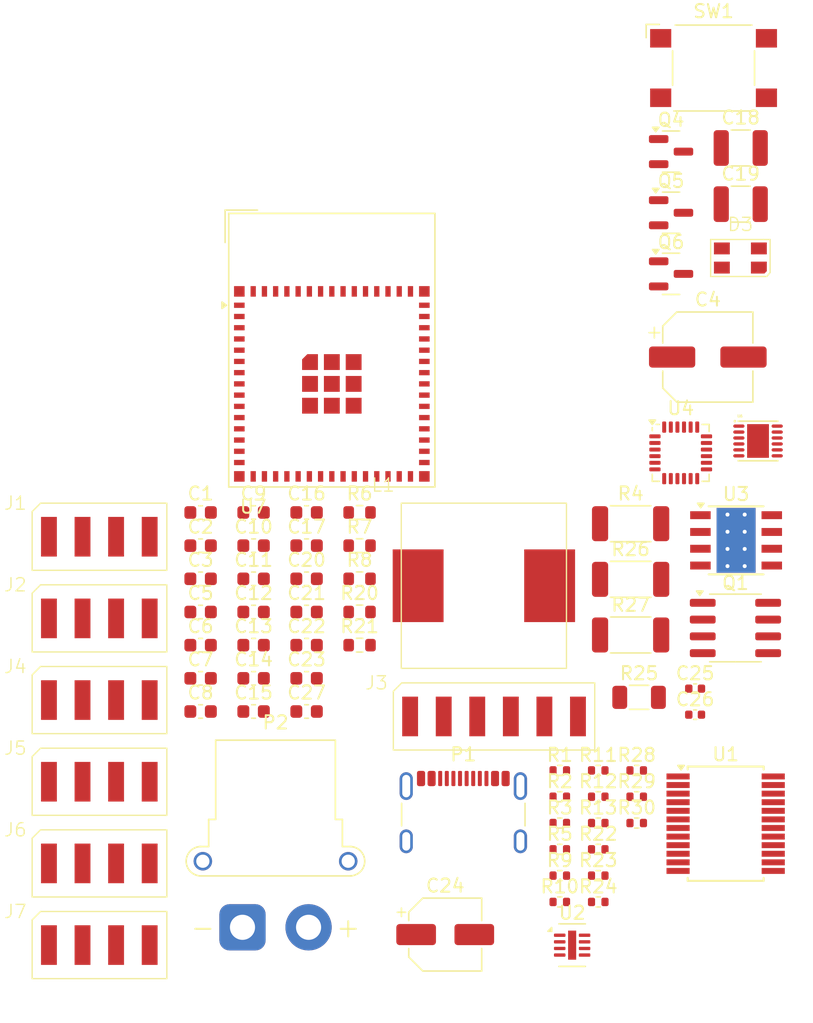
<source format=kicad_pcb>
(kicad_pcb (version 20240108) (generator "pcbnew") (generator_version "8.0")
  (layers (0 "F.Cu" signal) (31 "B.Cu" signal) (34 "B.Paste" user) (35 "F.Paste" user) (36 "B.SilkS" user "B.Silkscreen") (37 "F.SilkS" user "F.Silkscreen") (38 "B.Mask" user) (39 "F.Mask" user) (44 "Edge.Cuts" user))
  (net 0 "")
  (net 1 "FSYNC")
  (net 2 "+3.3V")
  (net 3 "Net-(C3-Pad1)")
  (net 4 "9.6-13v")
  (net 5 "Net-(U3-SW)")
  (net 6 "Net-(U3-BOOT)")
  (net 7 "Net-(U3-VCC)")
  (net 8 "Net-(U4-REGOUT)")
  (net 9 "Net-(U4-CPOUT)")
  (net 10 "VCCIO")
  (net 11 "Net-(P1-D+)")
  (net 12 "Net-(P1-D-)")
  (net 13 "EN")
  (net 14 "Source_G")
  (net 15 "Source_R")
  (net 16 "Source_B")
  (net 17 "SCL_2")
  (net 18 "SDA_2")
  (net 19 "M1_1")
  (net 20 "A_1")
  (net 21 "M2_1")
  (net 22 "M2_2")
  (net 23 "A_2")
  (net 24 "B_2")
  (net 25 "M1_2")
  (net 26 "VBUS")
  (net 29 "Bat+")
  (net 30 "Net-(Q1A-S1)")
  (net 31 "Net-(Q1A-G1)")
  (net 32 "Net-(Q4-D)")
  (net 33 "Net-(Q4-G)")
  (net 34 "Net-(Q5-D)")
  (net 35 "Net-(Q5-G)")
  (net 36 "Net-(Q6-D)")
  (net 37 "Net-(Q6-G)")
  (net 38 "Boot")
  (net 39 "Net-(U2-~{SHDN})")
  (net 40 "Net-(U2-UV)")
  (net 41 "Net-(U2-OV)")
  (net 42 "Net-(U3-FB)")
  (net 43 "PG")
  (net 44 "SCL_1")
  (net 45 "SDA_1")
  (net 46 "D+")
  (net 47 "D-")
  (net 48 "Net-(U6-CBUS0)")
  (net 49 "GPIO_B")
  (net 50 "GPIO_G")
  (net 51 "GPIO_R")
  (net 52 "PWMB")
  (net 53 "STBY")
  (net 54 "BIN1")
  (net 55 "PWMA")
  (net 56 "AIN2")
  (net 57 "BIN2")
  (net 58 "AIN1")
  (net 60 "Net-(U3-GND-Pad1)")
  (net 76 "3v3OUT")
  (net 77 "RX")
  (net 79 "TX")
  (net 97 "B_1")
  (footprint "Resistor_SMD:R_0603_1608Metric" (layer "F.Cu") (at 49.98 64.285)
    (property "Reference" "R7" (at 0 -1.43 0) (layer "F.SilkS"))
    (property "Value" "78k7")
    (pad "1" smd roundrect (at -0.825 0) (size 0.8 0.95) (layers "F.Cu" "F.Paste" "F.Mask") (net 41 "Net-(U2-OV)"))
    (pad "2" smd roundrect (at 0.825 0) (size 0.8 0.95) (layers "F.Cu" "F.Paste" "F.Mask") (net 40 "Net-(U2-UV)"))
  )
  (footprint "Capacitor_SMD:C_0603_1608Metric" (layer "F.Cu") (at 37.95 61.775)
    (property "Reference" "C1" (at 0 -1.43 0) (layer "F.SilkS"))
    (property "Value" "22u")
    (pad "1" smd roundrect (at -0.775 0) (size 0.9 0.95) (layers "F.Cu" "F.Paste" "F.Mask") (net 2 "+3.3V"))
    (pad "2" smd roundrect (at 0.775 0) (size 0.9 0.95) (layers "F.Cu" "F.Paste" "F.Mask") (net 1 "FSYNC"))
  )
  (footprint "Resistor_SMD:R_0402_1005Metric" (layer "F.Cu") (at 70.95 83.285)
    (property "Reference" "R29" (at 0 -1.17 0) (layer "F.SilkS"))
    (property "Value" "220")
    (pad "1" smd roundrect (at -0.51 0) (size 0.54 0.64) (layers "F.Cu" "F.Paste" "F.Mask") (net 35 "Net-(Q5-G)"))
    (pad "2" smd roundrect (at 0.51 0) (size 0.54 0.64) (layers "F.Cu" "F.Paste" "F.Mask") (net 50 "GPIO_G"))
  )
  (footprint "Connector:SMD_Pad 4x1" (layer "F.Cu") (at 29.015 63.61)
    (property "Reference" "J1" (at -5.08 -2.54 0) (layer "F.SilkS") (effects (font (thickness 0.1))))
    (property "Value" "PADS_to_solder")
    (pad "1" smd rect (at -2.54 0 270) (size 3 1.2) (layers "F.Cu" "F.Paste" "F.Mask") (net 1 "FSYNC"))
    (pad "2" smd rect (at 0 0 270) (size 3 1.2) (layers "F.Cu" "F.Paste" "F.Mask") (net 2 "+3.3V"))
    (pad "3" smd rect (at 2.54 0 270) (size 3 1.2) (layers "F.Cu" "F.Paste" "F.Mask") (net 18 "SDA_2"))
    (pad "4" smd rect (at 5.08 0 270) (size 3 1.2) (layers "F.Cu" "F.Paste" "F.Mask") (net 17 "SCL_2"))
  )
  (footprint "Capacitor_SMD:C_0603_1608Metric" (layer "F.Cu") (at 41.96 71.815)
    (property "Reference" "C13" (at 0 -1.43 0) (layer "F.SilkS"))
    (property "Value" "10n")
    (pad "1" smd roundrect (at -0.775 0) (size 0.9 0.95) (layers "F.Cu" "F.Paste" "F.Mask") (net 2 "+3.3V"))
    (pad "2" smd roundrect (at 0.775 0) (size 0.9 0.95) (layers "F.Cu" "F.Paste" "F.Mask") (net 1 "FSYNC"))
  )
  (footprint "Capacitor_SMD:C_0402_1005Metric" (layer "F.Cu") (at 75.37 77.075)
    (property "Reference" "C26" (at 0 -1.16 0) (layer "F.SilkS"))
    (property "Value" "47p")
    (pad "1" smd roundrect (at -0.48 0) (size 0.56 0.62) (layers "F.Cu" "F.Paste" "F.Mask") (net 12 "Net-(P1-D-)"))
    (pad "2" smd roundrect (at 0.48 0) (size 0.56 0.62) (layers "F.Cu" "F.Paste" "F.Mask") (net 1 "FSYNC"))
  )
  (footprint "Inductor_SMD:DR-125" (layer "F.Cu") (at 59.385 67.32)
    (property "Reference" "L1" (at -7.62 -7.62 0) (layer "F.SilkS") (effects (font (thickness 0.1))))
    (property "Value" "6u8")
    (pad "1" smd rect (at -4.975 0) (size 3.85 5.5) (layers "F.Cu" "F.Paste" "F.Mask") (net 5 "Net-(U3-SW)"))
    (pad "2" smd rect (at 4.975 0) (size 3.85 5.5) (layers "F.Cu" "F.Paste" "F.Mask") (net 2 "+3.3V"))
  )
  (footprint "Resistor_SMD:R_0402_1005Metric" (layer "F.Cu") (at 65.13 83.285)
    (property "Reference" "R2" (at 0 -1.17 0) (layer "F.SilkS"))
    (property "Value" "4k7")
    (pad "1" smd roundrect (at -0.51 0) (size 0.54 0.64) (layers "F.Cu" "F.Paste" "F.Mask") (net 2 "+3.3V"))
    (pad "2" smd roundrect (at 0.51 0) (size 0.54 0.64) (layers "F.Cu" "F.Paste" "F.Mask") (net 17 "SCL_2"))
  )
  (footprint "Resistor_SMD:R_0402_1005Metric" (layer "F.Cu") (at 70.95 85.275)
    (property "Reference" "R30" (at 0 -1.17 0) (layer "F.SilkS"))
    (property "Value" "220")
    (pad "1" smd roundrect (at -0.51 0) (size 0.54 0.64) (layers "F.Cu" "F.Paste" "F.Mask") (net 37 "Net-(Q6-G)"))
    (pad "2" smd roundrect (at 0.51 0) (size 0.54 0.64) (layers "F.Cu" "F.Paste" "F.Mask") (net 51 "GPIO_R"))
  )
  (footprint "Capacitor_SMD:C_0603_1608Metric" (layer "F.Cu") (at 41.96 61.775)
    (property "Reference" "C9" (at 0 -1.43 0) (layer "F.SilkS"))
    (property "Value" "22u")
    (pad "1" smd roundrect (at -0.775 0) (size 0.9 0.95) (layers "F.Cu" "F.Paste" "F.Mask") (net 2 "+3.3V"))
    (pad "2" smd roundrect (at 0.775 0) (size 0.9 0.95) (layers "F.Cu" "F.Paste" "F.Mask") (net 1 "FSYNC"))
  )
  (footprint "Capacitor_SMD:C_0603_1608Metric" (layer "F.Cu") (at 45.97 69.305)
    (property "Reference" "C21" (at 0 -1.43 0) (layer "F.SilkS"))
    (property "Value" "100n")
    (pad "1" smd roundrect (at -0.775 0) (size 0.9 0.95) (layers "F.Cu" "F.Paste" "F.Mask") (net 2 "+3.3V"))
    (pad "2" smd roundrect (at 0.775 0) (size 0.9 0.95) (layers "F.Cu" "F.Paste" "F.Mask") (net 1 "FSYNC"))
  )
  (footprint "Capacitor_SMD:C_0402_1005Metric" (layer "F.Cu") (at 75.37 75.105)
    (property "Reference" "C25" (at 0 -1.16 0) (layer "F.SilkS"))
    (property "Value" "47p")
    (pad "1" smd roundrect (at -0.48 0) (size 0.56 0.62) (layers "F.Cu" "F.Paste" "F.Mask") (net 1 "FSYNC"))
    (pad "2" smd roundrect (at 0.48 0) (size 0.56 0.62) (layers "F.Cu" "F.Paste" "F.Mask") (net 11 "Net-(P1-D+)"))
  )
  (footprint "Capacitor_SMD:C_0603_1608Metric" (layer "F.Cu") (at 45.97 71.815)
    (property "Reference" "C22" (at 0 -1.43 0) (layer "F.SilkS"))
    (property "Value" "100n")
    (pad "1" smd roundrect (at -0.775 0) (size 0.9 0.95) (layers "F.Cu" "F.Paste" "F.Mask") (net 2 "+3.3V"))
    (pad "2" smd roundrect (at 0.775 0) (size 0.9 0.95) (layers "F.Cu" "F.Paste" "F.Mask") (net 1 "FSYNC"))
  )
  (footprint "Package_TO_SOT_SMD:SOT-23" (layer "F.Cu") (at 73.55 43.72)
    (property "Reference" "Q6" (at 0 -2.4 0) (layer "F.SilkS"))
    (property "Value" "AO3400A")
    (pad "1" smd roundrect (at -0.9375 -0.95) (size 1.475 0.6) (layers "F.Cu" "F.Paste" "F.Mask") (net 37 "Net-(Q6-G)"))
    (pad "2" smd roundrect (at -0.9375 0.95) (size 1.475 0.6) (layers "F.Cu" "F.Paste" "F.Mask") (net 15 "Source_R"))
    (pad "3" smd roundrect (at 0.9375 0) (size 1.475 0.6) (layers "F.Cu" "F.Paste" "F.Mask") (net 36 "Net-(Q6-D)"))
  )
  (footprint "Resistor_SMD:R_0402_1005Metric" (layer "F.Cu") (at 65.13 81.295)
    (property "Reference" "R1" (at 0 -1.17 0) (layer "F.SilkS"))
    (property "Value" "4k7")
    (pad "1" smd roundrect (at -0.51 0) (size 0.54 0.64) (layers "F.Cu" "F.Paste" "F.Mask") (net 2 "+3.3V"))
    (pad "2" smd roundrect (at 0.51 0) (size 0.54 0.64) (layers "F.Cu" "F.Paste" "F.Mask") (net 18 "SDA_2"))
  )
  (footprint "Package_TO_SOT_SMD:SOT-23" (layer "F.Cu") (at 73.55 39.095)
    (property "Reference" "Q5" (at 0 -2.4 0) (layer "F.SilkS"))
    (property "Value" "AO3400A")
    (pad "1" smd roundrect (at -0.9375 -0.95) (size 1.475 0.6) (layers "F.Cu" "F.Paste" "F.Mask") (net 35 "Net-(Q5-G)"))
    (pad "2" smd roundrect (at -0.9375 0.95) (size 1.475 0.6) (layers "F.Cu" "F.Paste" "F.Mask") (net 14 "Source_G"))
    (pad "3" smd roundrect (at 0.9375 0) (size 1.475 0.6) (layers "F.Cu" "F.Paste" "F.Mask") (net 34 "Net-(Q5-D)"))
  )
  (footprint "Resistor_SMD:R_0402_1005Metric" (layer "F.Cu") (at 65.13 85.275)
    (property "Reference" "R3" (at 0 -1.17 0) (layer "F.SilkS"))
    (property "Value" "10k")
    (pad "1" smd roundrect (at -0.51 0) (size 0.54 0.64) (layers "F.Cu" "F.Paste" "F.Mask") (net 3 "Net-(C3-Pad1)"))
    (pad "2" smd roundrect (at 0.51 0) (size 0.54 0.64) (layers "F.Cu" "F.Paste" "F.Mask") (net 13 "EN"))
  )
  (footprint "Capacitor_SMD:C_0603_1608Metric" (layer "F.Cu") (at 41.96 66.795)
    (property "Reference" "C11" (at 0 -1.43 0) (layer "F.SilkS"))
    (property "Value" "22u")
    (pad "1" smd roundrect (at -0.775 0) (size 0.9 0.95) (layers "F.Cu" "F.Paste" "F.Mask") (net 2 "+3.3V"))
    (pad "2" smd roundrect (at 0.775 0) (size 0.9 0.95) (layers "F.Cu" "F.Paste" "F.Mask") (net 1 "FSYNC"))
  )
  (footprint "Package_DFN_QFN:DFN-8-1EP_2x3mm_P0.5mm_EP0.61x2.2mm" (layer "F.Cu") (at 66.065 94.515)
    (property "Reference" "U2" (at 0 -2.45 0) (layer "F.SilkS"))
    (property "Value" "LTC4365DDB")
    (pad "1" smd roundrect (at -0.94 -0.75) (size 0.87 0.25) (layers "F.Cu" "F.Paste" "F.Mask") (net 1 "FSYNC"))
    (pad "2" smd roundrect (at -0.94 -0.25) (size 0.87 0.25) (layers "F.Cu" "F.Paste" "F.Mask") (net 41 "Net-(U2-OV)"))
    (pad "3" smd roundrect (at -0.94 0.25) (size 0.87 0.25) (layers "F.Cu" "F.Paste" "F.Mask") (net 40 "Net-(U2-UV)"))
    (pad "4" smd roundrect (at -0.94 0.75) (size 0.87 0.25) (layers "F.Cu" "F.Paste" "F.Mask") (net 29 "Bat+"))
    (pad "5" smd roundrect (at 0.94 0.75) (size 0.87 0.25) (layers "F.Cu" "F.Paste" "F.Mask") (net 31 "Net-(Q1A-G1)"))
    (pad "6" smd roundrect (at 0.94 0.25) (size 0.87 0.25) (layers "F.Cu" "F.Paste" "F.Mask") (net 4 "9.6-13v"))
    (pad "7" smd roundrect (at 0.94 -0.25) (size 0.87 0.25) (layers "F.Cu" "F.Paste" "F.Mask"))
    (pad "8" smd roundrect (at 0.94 -0.75) (size 0.87 0.25) (layers "F.Cu" "F.Paste" "F.Mask") (net 39 "Net-(U2-~{SHDN})"))
    (pad "9" smd rect (at 0 0) (size 0.61 2.2) (property pad_prop_heatsink) (layers "F.Cu" "F.Mask") (net 1 "FSYNC"))
  )
  (footprint "Resistor_SMD:R_0402_1005Metric" (layer "F.Cu") (at 68.04 91.245)
    (property "Reference" "R24" (at 0 -1.17 0) (layer "F.SilkS"))
    (property "Value" "10k")
    (pad "1" smd roundrect (at -0.51 0) (size 0.54 0.64) (layers "F.Cu" "F.Paste" "F.Mask") (net 2 "+3.3V"))
    (pad "2" smd roundrect (at 0.51 0) (size 0.54 0.64) (layers "F.Cu" "F.Paste" "F.Mask") (net 13 "EN"))
  )
  (footprint "Capacitor_SMD:C_0603_1608Metric" (layer "F.Cu") (at 45.97 76.835)
    (property "Reference" "C27" (at 0 -1.43 0) (layer "F.SilkS"))
    (property "Value" "1u")
    (pad "1" smd roundrect (at -0.775 0) (size 0.9 0.95) (layers "F.Cu" "F.Paste" "F.Mask") (net 13 "EN"))
    (pad "2" smd roundrect (at 0.775 0) (size 0.9 0.95) (layers "F.Cu" "F.Paste" "F.Mask") (net 1 "FSYNC"))
  )
  (footprint "Capacitor_SMD:C_0603_1608Metric" (layer "F.Cu") (at 41.96 76.835)
    (property "Reference" "C15" (at 0 -1.43 0) (layer "F.SilkS"))
    (property "Value" "2n2")
    (pad "1" smd roundrect (at -0.775 0) (size 0.9 0.95) (layers "F.Cu" "F.Paste" "F.Mask") (net 9 "Net-(U4-CPOUT)"))
    (pad "2" smd roundrect (at 0.775 0) (size 0.9 0.95) (layers "F.Cu" "F.Paste" "F.Mask") (net 1 "FSYNC"))
  )
  (footprint "Capacitor_SMD:C_0603_1608Metric" (layer "F.Cu") (at 41.96 74.325)
    (property "Reference" "C14" (at 0 -1.43 0) (layer "F.SilkS"))
    (property "Value" "0u1")
    (pad "1" smd roundrect (at -0.775 0) (size 0.9 0.95) (layers "F.Cu" "F.Paste" "F.Mask") (net 8 "Net-(U4-REGOUT)"))
    (pad "2" smd roundrect (at 0.775 0) (size 0.9 0.95) (layers "F.Cu" "F.Paste" "F.Mask") (net 1 "FSYNC"))
  )
  (footprint "Capacitor_SMD:C_0603_1608Metric" (layer "F.Cu") (at 37.95 76.835)
    (property "Reference" "C8" (at 0 -1.43 0) (layer "F.SilkS"))
    (property "Value" "1u")
    (pad "1" smd roundrect (at -0.775 0) (size 0.9 0.95) (layers "F.Cu" "F.Paste" "F.Mask") (net 7 "Net-(U3-VCC)"))
    (pad "2" smd roundrect (at 0.775 0) (size 0.9 0.95) (layers "F.Cu" "F.Paste" "F.Mask") (net 1 "FSYNC"))
  )
  (footprint "Capacitor_SMD:CP_Elec_5x5.4" (layer "F.Cu") (at 56.46 93.715)
    (property "Reference" "C24" (at 0 -3.7 0) (layer "F.SilkS"))
    (property "Value" "100u")
    (pad "1" smd roundrect (at -2.2 0) (size 3 1.6) (layers "F.Cu" "F.Paste" "F.Mask") (roundrect_rratio 0.15625) (net 2 "+3.3V"))
    (pad "2" smd roundrect (at 2.2 0) (size 3 1.6) (layers "F.Cu" "F.Paste" "F.Mask") (roundrect_rratio 0.15625) (net 1 "FSYNC"))
  )
  (footprint "Capacitor_SMD:C_0603_1608Metric" (layer "F.Cu") (at 41.96 64.285)
    (property "Reference" "C10" (at 0 -1.43 0) (layer "F.SilkS"))
    (property "Value" "22u")
    (pad "1" smd roundrect (at -0.775 0) (size 0.9 0.95) (layers "F.Cu" "F.Paste" "F.Mask") (net 2 "+3.3V"))
    (pad "2" smd roundrect (at 0.775 0) (size 0.9 0.95) (layers "F.Cu" "F.Paste" "F.Mask") (net 1 "FSYNC"))
  )
  (footprint "Capacitor_SMD:C_0603_1608Metric" (layer "F.Cu") (at 37.95 71.815)
    (property "Reference" "C6" (at 0 -1.43 0) (layer "F.SilkS"))
    (property "Value" "220n")
    (pad "1" smd roundrect (at -0.775 0) (size 0.9 0.95) (layers "F.Cu" "F.Paste" "F.Mask") (net 4 "9.6-13v"))
    (pad "2" smd roundrect (at 0.775 0) (size 0.9 0.95) (layers "F.Cu" "F.Paste" "F.Mask") (net 1 "FSYNC"))
  )
  (footprint "Capacitor_SMD:C_0603_1608Metric" (layer "F.Cu") (at 37.95 64.285)
    (property "Reference" "C2" (at 0 -1.43 0) (layer "F.SilkS"))
    (property "Value" "0u1")
    (pad "1" smd roundrect (at -0.775 0) (size 0.9 0.95) (layers "F.Cu" "F.Paste" "F.Mask") (net 2 "+3.3V"))
    (pad "2" smd roundrect (at 0.775 0) (size 0.9 0.95) (layers "F.Cu" "F.Paste" "F.Mask") (net 1 "FSYNC"))
  )
  (footprint "Capacitor_SMD:CP_Elec_6.3x5.8" (layer "F.Cu") (at 76.33 50.015)
    (property "Reference" "C4" (at 0 -4.35 0) (layer "F.SilkS"))
    (property "Value" "100u")
    (pad "1" smd roundrect (at -2.7 0) (size 3.5 1.6) (layers "F.Cu" "F.Paste" "F.Mask") (roundrect_rratio 0.15625) (net 4 "9.6-13v"))
    (pad "2" smd roundrect (at 2.7 0) (size 3.5 1.6) (layers "F.Cu" "F.Paste" "F.Mask") (roundrect_rratio 0.15625) (net 1 "FSYNC"))
  )
  (footprint "Connector:SMD_Pad 6x1" (layer "F.Cu") (at 58.885 77.21)
    (property "Reference" "J3" (at -7.62 -2.54 0) (layer "F.SilkS") (effects (font (thickness 0.1))))
    (property "Value" "Conn_01x06_Pin")
    (pad "1" smd rect (at -5.08 0 270) (size 3 1.2) (layers "F.Cu" "F.Paste" "F.Mask") (net 25 "M1_2"))
    (pad "2" smd rect (at -2.54 0 270) (size 3 1.2) (layers "F.Cu" "F.Paste" "F.Mask") (net 22 "M2_2"))
    (pad "3" smd rect (at 0 0 270) (size 3 1.2) (layers "F.Cu" "F.Paste" "F.Mask") (net 2 "+3.3V"))
    (pad "4" smd rect (at 2.54 0 270) (size 3 1.2) (layers "F.Cu" "F.Paste" "F.Mask") (net 23 "A_2"))
    (pad "5" smd rect (at 5.08 0 270) (size 3 1.2) (layers "F.Cu" "F.Paste" "F.Mask") (net 24 "B_2"))
    (pad "6" smd rect (at 7.62 0 270) (size 3 1.2) (layers "F.Cu" "F.Paste" "F.Mask") (net 1 "FSYNC"))
  )
  (footprint "Capacitor_SMD:C_0603_1608Metric" (layer "F.Cu") (at 45.97 66.795)
    (property "Reference" "C20" (at 0 -1.43 0) (layer "F.SilkS"))
    (property "Value" "0u1")
    (pad "1" smd roundrect (at -0.775 0) (size 0.9 0.95) (layers "F.Cu" "F.Paste" "F.Mask") (net 1 "FSYNC"))
    (pad "2" smd roundrect (at 0.775 0) (size 0.9 0.95) (layers "F.Cu" "F.Paste" "F.Mask") (net 4 "9.6-13v"))
  )
  (footprint "Resistor_SMD:R_0402_1005Metric" (layer "F.Cu") (at 68.04 81.295)
    (property "Reference" "R11" (at 0 -1.17 0) (layer "F.SilkS"))
    (property "Value" "100k")
    (pad "1" smd roundrect (at -0.51 0) (size 0.54 0.64) (layers "F.Cu" "F.Paste" "F.Mask") (net 43 "PG"))
    (pad "2" smd roundrect (at 0.51 0) (size 0.54 0.64) (layers "F.Cu" "F.Paste" "F.Mask") (net 7 "Net-(U3-VCC)"))
  )
  (footprint "Resistor_SMD:R_2010_5025Metric" (layer "F.Cu") (at 70.49 71.045)
    (property "Reference" "R27" (at 0 -2.28 0) (layer "F.SilkS"))
    (property "Value" "15")
    (pad "1" smd roundrect (at -2.3125 0) (size 1.225 2.65) (layers "F.Cu" "F.Paste" "F.Mask") (roundrect_rratio 0.204082) (net 32 "Net-(Q4-D)"))
    (pad "2" smd roundrect (at 2.3125 0) (size 1.225 2.65) (layers "F.Cu" "F.Paste" "F.Mask") (roundrect_rratio 0.204082) (net 2 "+3.3V"))
  )
  (footprint "LED_SMD:KAA-3528RGBS-11" (layer "F.Cu") (at 78.795 42.52)
    (property "Reference" "D3" (at 0 -2.54 0) (layer "F.SilkS") (effects (font (thickness 0.1))))
    (property "Value" "LED_RAGB")
    (pad "1" smd roundrect (at 1.4 0.725) (size 1.2 0.9) (layers "F.Cu" "F.Paste" "F.Mask") (roundrect_rratio 0) (chamfer_ratio 0.2) (chamfer bottom_right) (net 15 "Source_R"))
    (pad "2" smd rect (at -1.4 0.725) (size 1.2 0.9) (layers "F.Cu" "F.Paste" "F.Mask") (net 1 "FSYNC"))
    (pad "3" smd rect (at -1.4 -0.725) (size 1.2 0.9) (layers "F.Cu" "F.Paste" "F.Mask") (net 14 "Source_G"))
    (pad "4" smd rect (at 1.4 -0.725) (size 1.2 0.9) (layers "F.Cu" "F.Paste" "F.Mask") (net 16 "Source_B"))
  )
  (footprint "Resistor_SMD:R_2010_5025Metric" (layer "F.Cu") (at 70.49 66.835)
    (property "Reference" "R26" (at 0 -2.28 0) (layer "F.SilkS"))
    (property "Value" "15")
    (pad "1" smd roundrect (at -2.3125 0) (size 1.225 2.65) (layers "F.Cu" "F.Paste" "F.Mask") (roundrect_rratio 0.204082) (net 34 "Net-(Q5-D)"))
    (pad "2" smd roundrect (at 2.3125 0) (size 1.225 2.65) (layers "F.Cu" "F.Paste" "F.Mask") (roundrect_rratio 0.204082) (net 2 "+3.3V"))
  )
  (footprint "Resistor_SMD:R_0603_1608Metric" (layer "F.Cu") (at 49.98 61.775)
    (property "Reference" "R6" (at 0 -1.43 0) (layer "F.SilkS"))
    (property "Value" "5M6")
    (pad "1" smd roundrect (at -0.825 0) (size 0.8 0.95) (layers "F.Cu" "F.Paste" "F.Mask") (net 40 "Net-(U2-UV)"))
    (pad "2" smd roundrect (at 0.825 0) (size 0.8 0.95) (layers "F.Cu" "F.Paste" "F.Mask") (net 29 "Bat+"))
  )
  (footprint "Resistor_SMD:R_0402_1005Metric" (layer "F.Cu") (at 68.04 89.255)
    (property "Reference" "R23" (at 0 -1.17 0) (layer "F.SilkS"))
    (property "Value" "10k")
    (pad "1" smd roundrect (at -0.51 0) (size 0.54 0.64) (layers "F.Cu" "F.Paste" "F.Mask") (net 26 "VBUS"))
    (pad "2" smd roundrect (at 0.51 0) (size 0.54 0.64) (layers "F.Cu" "F.Paste" "F.Mask") (net 1 "FSYNC"))
  )
  (footprint "Capacitor_SMD:C_0603_1608Metric" (layer "F.Cu") (at 37.95 74.325)
    (property "Reference" "C7" (at 0 -1.43 0) (layer "F.SilkS"))
    (property "Value" "0u1")
    (pad "1" smd roundrect (at -0.775 0) (size 0.9 0.95) (layers "F.Cu" "F.Paste" "F.Mask") (net 5 "Net-(U3-SW)"))
    (pad "2" smd roundrect (at 0.775 0) (size 0.9 0.95) (layers "F.Cu" "F.Paste" "F.Mask") (net 6 "Net-(U3-BOOT)"))
  )
  (footprint "Connector_AMASS:AMASS_XT30PW-F_1x02_P2.50mm_Horizontal" (layer "F.Cu") (at 41.12 93.165)
    (property "Reference" "P2" (at 2.5 -15.5 0) (layer "F.SilkS"))
    (property "Value" "XT30PW-F")
    (fp_text user "-" (at -3 0 0) (layer "F.SilkS") (effects (font (size 1.5 1.5))))
    (fp_text user "+" (at 8 0 0) (layer "F.SilkS") (effects (font (size 1.5 1.5))))
    (pad "" thru_hole circle (at -3 -5 90) (size 1.4 1.4) (drill 1) (layers "*.Cu" "*.Mask"))
    (pad "" thru_hole circle (at 8 -5) (size 1.4 1.4) (drill 1) (layers "*.Cu" "*.Mask"))
    (pad "1" thru_hole roundrect (at 0 0) (size 3.5 3.5) (drill 1.9) (layers "*.Cu" "*.Mask") (roundrect_rratio 0.22))
    (pad "2" thru_hole circle (at 5 0) (size 3.5 3.5) (drill 1.9) (layers "*.Cu" "*.Mask"))
  )
  (footprint "Resistor_SMD:R_2010_5025Metric" (layer "F.Cu") (at 70.49 62.625)
    (property "Reference" "R4" (at 0 -2.28 0) (layer "F.SilkS"))
    (property "Value" "0")
    (pad "1" smd roundrect (at -2.3125 0) (size 1.225 2.65) (layers "F.Cu" "F.Paste" "F.Mask") (roundrect_rratio 0.204082) (net 1 "FSYNC"))
    (pad "2" smd roundrect (at 2.3125 0) (size 1.225 2.65) (layers "F.Cu" "F.Paste" "F.Mask") (roundrect_rratio 0.204082) (net 38 "Boot"))
  )
  (footprint "Capacitor_SMD:C_0603_1608Metric" (layer "F.Cu") (at 37.95 69.305)
    (property "Reference" "C5" (at 0 -1.43 0) (layer "F.SilkS"))
    (property "Value" "10u")
    (pad "1" smd roundrect (at -0.775 0) (size 0.9 0.95) (layers "F.Cu" "F.Paste" "F.Mask") (net 4 "9.6-13v"))
    (pad "2" smd roundrect (at 0.775 0) (size 0.9 0.95) (layers "F.Cu" "F.Paste" "F.Mask") (net 1 "FSYNC"))
  )
  (footprint "Capacitor_SMD:C_1210_3225Metric" (layer "F.Cu") (at 78.82 38.445)
    (property "Reference" "C19" (at 0 -2.3 0) (layer "F.SilkS"))
    (property "Value" "10u")
    (pad "1" smd roundrect (at -1.475 0) (size 1.15 2.7) (layers "F.Cu" "F.Paste" "F.Mask") (roundrect_rratio 0.217391) (net 4 "9.6-13v"))
    (pad "2" smd roundrect (at 1.475 0) (size 1.15 2.7) (layers "F.Cu" "F.Paste" "F.Mask") (roundrect_rratio 0.217391) (net 1 "FSYNC"))
  )
  (footprint "Capacitor_SMD:C_0603_1608Metric" (layer "F.Cu") (at 45.97 74.325)
    (property "Reference" "C23" (at 0 -1.43 0) (layer "F.SilkS"))
    (property "Value" "100n")
    (pad "1" smd roundrect (at -0.775 0) (size 0.9 0.95) (layers "F.Cu" "F.Paste" "F.Mask") (net 10 "VCCIO"))
    (pad "2" smd roundrect (at 0.775 0) (size 0.9 0.95) (layers "F.Cu" "F.Paste" "F.Mask") (net 1 "FSYNC"))
  )
  (footprint "Resistor_SMD:R_0603_1608Metric" (layer "F.Cu") (at 49.98 71.815)
    (property "Reference" "R21" (at 0 -1.43 0) (layer "F.SilkS"))
    (property "Value" "27")
    (pad "1" smd roundrect (at -0.825 0) (size 0.8 0.95) (layers "F.Cu" "F.Paste" "F.Mask") (net 47 "D-"))
    (pad "2" smd roundrect (at 0.825 0) (size 0.8 0.95) (layers "F.Cu" "F.Paste" "F.Mask") (net 12 "Net-(P1-D-)"))
  )
  (footprint "Resistor_SMD:R_1206_3216Metric" (layer "F.Cu") (at 71.13 75.765)
    (property "Reference" "R25" (at 0 -1.82 0) (layer "F.SilkS"))
    (property "Value" "68")
    (pad "1" smd roundrect (at -1.4625 0) (size 1.125 1.75) (layers "F.Cu" "F.Paste" "F.Mask") (roundrect_rratio 0.222222) (net 2 "+3.3V"))
    (pad "2" smd roundrect (at 1.4625 0) (size 1.125 1.75) (layers "F.Cu" "F.Paste" "F.Mask") (roundrect_rratio 0.222222) (net 36 "Net-(Q6-D)"))
  )
  (footprint "Capacitor_SMD:C_0603_1608Metric" (layer "F.Cu") (at 37.95 66.795)
    (property "Reference" "C3" (at 0 -1.43 0) (layer "F.SilkS"))
    (property "Value" "0u1")
    (pad "1" smd roundrect (at -0.775 0) (size 0.9 0.95) (layers "F.Cu" "F.Paste" "F.Mask") (net 3 "Net-(C3-Pad1)"))
    (pad "2" smd roundrect (at 0.775 0) (size 0.9 0.95) (layers "F.Cu" "F.Paste" "F.Mask") (net 1 "FSYNC"))
  )
  (footprint "Sensor_Motion:InvenSense_QFN-24_4x4mm_P0.5mm" (layer "F.Cu") (at 74.28 57.265)
    (property "Reference" "U4" (at 0 -3.375 0) (layer "F.SilkS"))
    (property "Value" "MPU-6050")
    (pad "1" smd roundrect (at -1.95 -1.25) (size 0.85 0.3) (layers "F.Cu" "F.Paste" "F.Mask") (net 1 "FSYNC"))
    (pad "2" smd roundrect (at -1.95 -0.75) (size 0.85 0.3) (layers "F.Cu" "F.Paste" "F.Mask"))
    (pad "3" smd roundrect (at -1.95 -0.25) (size 0.85 0.3) (layers "F.Cu" "F.Paste" "F.Mask"))
    (pad "4" smd roundrect (at -1.95 0.25) (size 0.85 0.3) (layers "F.Cu" "F.Paste" "F.Mask"))
    (pad "5" smd roundrect (at -1.95 0.75) (size 0.85 0.3) (layers "F.Cu" "F.Paste" "F.Mask"))
    (pad "6" smd roundrect (at -1.95 1.25) (size 0.85 0.3) (layers "F.Cu" "F.Paste" "F.Mask"))
    (pad "7" smd roundrect (at -1.25 1.95 90) (size 0.85 0.3) (layers "F.Cu" "F.Paste" "F.Mask"))
    (pad "8" smd roundrect (at -0.75 1.95 90) (size 0.85 0.3) (layers "F.Cu" "F.Paste" "F.Mask") (net 2 "+3.3V"))
    (pad "9" smd roundrect (at -0.25 1.95 90) (size 0.85 0.3) (layers "F.Cu" "F.Paste" "F.Mask"))
    (pad "10" smd roundrect (at 0.25 1.95 90) (size 0.85 0.3) (layers "F.Cu" "F.Paste" "F.Mask") (net 8 "Net-(U4-REGOUT)"))
    (pad "11" smd roundrect (at 0.75 1.95 90) (size 0.85 0.3) (layers "F.Cu" "F.Paste" "F.Mask") (net 1 "FSYNC"))
    (pad "12" smd roundrect (at 1.25 1.95 90) (size 0.85 0.3) (layers "F.Cu" "F.Paste" "F.Mask"))
    (pad "13" smd roundrect (at 1.95 1.25) (size 0.85 0.3) (layers "F.Cu" "F.Paste" "F.Mask") (net 2 "+3.3V"))
    (pad "14" smd roundrect (at 1.95 0.75) (size 0.85 0.3) (layers "F.Cu" "F.Paste" "F.Mask"))
    (pad "15" smd roundrect (at 1.95 0.25) (size 0.85 0.3) (layers "F.Cu" "F.Paste" "F.Mask"))
    (pad "16" smd roundrect (at 1.95 -0.25) (size 0.85 0.3) (layers "F.Cu" "F.Paste" "F.Mask"))
    (pad "17" smd roundrect (at 1.95 -0.75) (size 0.85 0.3) (layers "F.Cu" "F.Paste" "F.Mask"))
    (pad "18" smd roundrect (at 1.95 -1.25) (size 0.85 0.3) (layers "F.Cu" "F.Paste" "F.Mask") (net 1 "FSYNC"))
    (pad "19" smd roundrect (at 1.25 -1.95 90) (size 0.85 0.3) (layers "F.Cu" "F.Paste" "F.Mask"))
    (pad "20" smd roundrect (at 0.75 -1.95 90) (size 0.85 0.3) (layers "F.Cu" "F.Paste" "F.Mask") (net 9 "Net-(U4-CPOUT)"))
    (pad "21" smd roundrect (at 0.25 -1.95 90) (size 0.85 0.3) (layers "F.Cu" "F.Paste" "F.Mask"))
    (pad "22" smd roundrect (at -0.25 -1.95 90) (size 0.85 0.3) (layers "F.Cu" "F.Paste" "F.Mask"))
    (pad "23" smd roundrect (at -0.75 -1.95 90) (size 0.85 0.3) (layers "F.Cu" "F.Paste" "F.Mask") (net 44 "SCL_1"))
    (pad "24" smd roundrect (at -1.25 -1.95 90) (size 0.85 0.3) (layers "F.Cu" "F.Paste" "F.Mask") (net 45 "SDA_1"))
  )
  (footprint "Capacitor_SMD:C_1210_3225Metric" (layer "F.Cu") (at 78.82 34.195)
    (property "Reference" "C18" (at 0 -2.3 0) (layer "F.SilkS"))
    (property "Value" "10u")
    (pad "1" smd roundrect (at -1.475 0) (size 1.15 2.7) (layers "F.Cu" "F.Paste" "F.Mask") (roundrect_rratio 0.217391) (net 2 "+3.3V"))
    (pad "2" smd roundrect (at 1.475 0) (size 1.15 2.7) (layers "F.Cu" "F.Paste" "F.Mask") (roundrect_rratio 0.217391) (net 1 "FSYNC"))
  )
  (footprint "Capacitor_SMD:C_0603_1608Metric" (layer "F.Cu") (at 45.97 61.775)
    (property "Reference" "C16" (at 0 -1.43 0) (layer "F.SilkS"))
    (property "Value" "0u1")
    (pad "1" smd roundrect (at -0.775 0) (size 0.9 0.95) (layers "F.Cu" "F.Paste" "F.Mask") (net 2 "+3.3V"))
    (pad "2" smd roundrect (at 0.775 0) (size 0.9 0.95) (layers "F.Cu" "F.Paste" "F.Mask") (net 1 "FSYNC"))
  )
  (footprint "Button_Switch_SMD:SW_SPST_Omron_B3FS-100xP" (layer "F.Cu") (at 76.765 28.145)
    (property "Reference" "SW1" (at 0 -4.3 0) (layer "F.SilkS"))
    (property "Value" "SW_Push")
    (pad "1" smd rect (at -4 -2.25 180) (size 1.6 1.4) (layers "F.Cu" "F.Paste" "F.Mask") (net 1 "FSYNC"))
    (pad "1" smd rect (at 4 -2.25 180) (size 1.6 1.4) (layers "F.Cu" "F.Paste" "F.Mask") (net 1 "FSYNC"))
    (pad "2" smd rect (at -4 2.25 180) (size 1.6 1.4) (layers "F.Cu" "F.Paste" "F.Mask") (net 3 "Net-(C3-Pad1)"))
    (pad "2" smd rect (at 4 2.25 180) (size 1.6 1.4) (layers "F.Cu" "F.Paste" "F.Mask") (net 3 "Net-(C3-Pad1)"))
  )
  (footprint "Package_SO:SOIC-8_3.9x4.9mm_P1.27mm" (layer "F.Cu") (at 78.42 70.515)
    (property "Reference" "Q1" (at 0 -3.4 0) (layer "F.SilkS"))
    (property "Value" "Si4214")
    (pad "1" smd roundrect (at -2.475 -1.905) (size 1.95 0.6) (layers "F.Cu" "F.Paste" "F.Mask") (net 30 "Net-(Q1A-S1)"))
    (pad "2" smd roundrect (at -2.475 -0.635) (size 1.95 0.6) (layers "F.Cu" "F.Paste" "F.Mask") (net 31 "Net-(Q1A-G1)"))
    (pad "3" smd roundrect (at -2.475 0.635) (size 1.95 0.6) (layers "F.Cu" "F.Paste" "F.Mask") (net 4 "9.6-13v"))
    (pad "4" smd roundrect (at -2.475 1.905) (size 1.95 0.6) (layers "F.Cu" "F.Paste" "F.Mask") (net 31 "Net-(Q1A-G1)"))
    (pad "5" smd roundrect (at 2.475 1.905) (size 1.95 0.6) (layers "F.Cu" "F.Paste" "F.Mask") (net 30 "Net-(Q1A-S1)"))
    (pad "6" smd roundrect (at 2.475 0.635) (size 1.95 0.6) (layers "F.Cu" "F.Paste" "F.Mask") (net 30 "Net-(Q1A-S1)"))
    (pad "7" smd roundrect (at 2.475 -0.635) (size 1.95 0.6) (layers "F.Cu" "F.Paste" "F.Mask") (net 29 "Bat+"))
    (pad "8" smd roundrect (at 2.475 -1.905) (size 1.95 0.6) (layers "F.Cu" "F.Paste" "F.Mask") (net 29 "Bat+"))
  )
  (footprint "Connector_USB:USB_C_Receptacle_GCT_USB4105-xx-A_16P_TopMnt_Horizontal" (layer "F.Cu") (at 57.83 85.585)
    (property "Reference" "P1" (at 0 -5.5 0) (layer "F.SilkS"))
    (property "Value" "USB_C_Plug_USB2.0")
    (pad "" np_thru_hole circle (at -2.89 -2.605) (size 0.65 0.65) (drill 0.65) (layers "F&B.Cu" "*.Mask"))
    (pad "" np_thru_hole circle (at 2.89 -2.605) (size 0.65 0.65) (drill 0.65) (layers "F&B.Cu" "*.Mask"))
    (pad "A1" smd roundrect (at -3.2 -3.68) (size 0.6 1.15) (layers "F.Cu" "F.Paste" "F.Mask") (net 1 "FSYNC"))
    (pad "A4" smd roundrect (at -2.4 -3.68) (size 0.6 1.15) (layers "F.Cu" "F.Paste" "F.Mask") (net 26 "VBUS"))
    (pad "A5" smd roundrect (at -1.25 -3.68) (size 0.3 1.15) (layers "F.Cu" "F.Paste" "F.Mask"))
    (pad "A6" smd roundrect (at -0.25 -3.68) (size 0.3 1.15) (layers "F.Cu" "F.Paste" "F.Mask") (net 11 "Net-(P1-D+)"))
    (pad "A7" smd roundrect (at 0.25 -3.68) (size 0.3 1.15) (layers "F.Cu" "F.Paste" "F.Mask") (net 12 "Net-(P1-D-)"))
    (pad "A8" smd roundrect (at 1.25 -3.68) (size 0.3 1.15) (layers "F.Cu" "F.Paste" "F.Mask"))
    (pad "A9" smd roundrect (at 2.4 -3.68) (size 0.6 1.15) (layers "F.Cu" "F.Paste" "F.Mask") (net 26 "VBUS"))
    (pad "A12" smd roundrect (at 3.2 -3.68) (size 0.6 1.15) (layers "F.Cu" "F.Paste" "F.Mask") (net 1 "FSYNC"))
    (pad "B1" smd roundrect (at 3.2 -3.68) (size 0.6 1.15) (layers "F.Cu" "F.Paste" "F.Mask") (net 1 "FSYNC"))
    (pad "B4" smd roundrect (at 2.4 -3.68) (size 0.6 1.15) (layers "F.Cu" "F.Paste" "F.Mask") (net 26 "VBUS"))
    (pad "B5" smd roundrect (at 1.75 -3.68) (size 0.3 1.15) (layers "F.Cu" "F.Paste" "F.Mask"))
    (pad "B6" smd roundrect (at 0.75 -3.68) (size 0.3 1.15) (layers "F.Cu" "F.Paste" "F.Mask"))
    (pad "B7" smd roundrect (at -0.75 -3.68) (size 0.3 1.15) (layers "F.Cu" "F.Paste" "F.Mask"))
    (pad "B8" smd roundrect (at -1.75 -3.68) (size 0.3 1.15) (layers "F.Cu" "F.Paste" "F.Mask"))
    (pad "B9" smd roundrect (at -2.4 -3.68) (size 0.6 1.15) (layers "F.Cu" "F.Paste" "F.Mask") (net 26 "VBUS"))
    (pad "B12" smd roundrect (at -3.2 -3.68) (size 0.6 1.15) (layers "F.Cu" "F.Paste" "F.Mask") (net 1 "FSYNC"))
    (pad "S1" thru_hole oval (at -4.32 -3.105) (size 1 2.1) (drill oval 0.6 1.7) (layers "*.Cu" "*.Mask" "F.Paste") (net 1 "FSYNC"))
    (pad "S1" thru_hole oval (at -4.32 1.075) (size 1 1.8) (drill oval 0.6 1.4) (layers "*.Cu" "*.Mask" "F.Paste") (net 1 "FSYNC"))
    (pad "S1" thru_hole oval (at 4.32 -3.105) (size 1 2.1) (drill oval 0.6 1.7) (layers "*.Cu" "*.Mask" "F.Paste") (net 1 "FSYNC"))
    (pad "S1" thru_hole oval (at 4.32 1.075) (size 1 1.8) (drill oval 0.6 1.4) (layers "*.Cu" "*.Mask" "F.Paste") (net 1 "FSYNC"))
  )
  (footprint "Connector:SMD_Pad 4x1" (layer "F.Cu") (at 29.015 75.97)
    (property "Reference" "J4" (at -5.08 -2.54 0) (layer "F.SilkS") (effects (font (thickness 0.1))))
    (property "Value" "PADS_to_solder")
    (pad "1" smd rect (at -2.54 0 270) (size 3 1.2) (layers "F.Cu" "F.Paste" "F.Mask") (net 1 "FSYNC"))
    (pad "2" smd rect (at 0 0 270) (size 3 1.2) (layers "F.Cu" "F.Paste" "F.Mask") (net 2 "+3.3V"))
    (pad "3" smd rect (at 2.54 0 270) (size 3 1.2) (layers "F.Cu" "F.Paste" "F.Mask") (net 18 "SDA_2"))
    (pad "4" smd rect (at 5.08 0 270) (size 3 1.2) (layers "F.Cu" "F.Paste" "F.Mask") (net 17 "SCL_2"))
  )
  (footprint "Resistor_SMD:R_0402_1005Metric" (layer "F.Cu") (at 70.95 81.295)
    (property "Reference" "R28" (at 0 -1.17 0) (layer "F.SilkS"))
    (property "Value" "220")
    (pad "1" smd roundrect (at -0.51 0) (size 0.54 0.64) (layers "F.Cu" "F.Paste" "F.Mask") (net 33 "Net-(Q4-G)"))
    (pad "2" smd roundrect (at 0.51 0) (size 0.54 0.64) (layers "F.Cu" "F.Paste" "F.Mask") (net 49 "GPIO_B"))
  )
  (footprint "Resistor_SMD:R_0603_1608Metric" (layer "F.Cu") (at 49.98 66.795)
    (property "Reference" "R8" (at 0 -1.43 0) (layer "F.SilkS"))
    (property "Value" "221k")
    (pad "1" smd roundrect (at -0.825 0) (size 0.8 0.95) (layers "F.Cu" "F.Paste" "F.Mask") (net 1 "FSYNC"))
    (pad "2" smd roundrect (at 0.825 0) (size 0.8 0.95) (layers "F.Cu" "F.Paste" "F.Mask") (net 41 "Net-(U2-OV)"))
  )
  (footprint "Resistor_SMD:R_0603_1608Metric" (layer "F.Cu") (at 49.98 69.305)
    (property "Reference" "R20" (at 0 -1.43 0) (layer "F.SilkS"))
    (property "Value" "27")
    (pad "1" smd roundrect (at -0.825 0) (size 0.8 0.95) (layers "F.Cu" "F.Paste" "F.Mask") (net 46 "D+"))
    (pad "2" smd roundrect (at 0.825 0) (size 0.8 0.95) (layers "F.Cu" "F.Paste" "F.Mask") (net 11 "Net-(P1-D+)"))
  )
  (footprint "Package_SO:Texas_HSOP-8-1EP_3.9x4.9mm_P1.27mm_ThermalVias" (layer "F.Cu") (at 78.47 63.885)
    (property "Reference" "U3" (at 0 -3.5 0) (layer "F.SilkS"))
    (property "Value" "LMR33630ADDA")
    (pad "1" smd rect (at -2.7 -1.905) (size 1.55 0.6) (layers "F.Cu" "F.Paste" "F.Mask") (net 60 "Net-(U3-GND-Pad1)"))
    (pad "2" smd rect (at -2.7 -0.635) (size 1.55 0.6) (layers "F.Cu" "F.Paste" "F.Mask") (net 4 "9.6-13v"))
    (pad "3" smd rect (at -2.7 0.635) (size 1.55 0.6) (layers "F.Cu" "F.Paste" "F.Mask") (net 4 "9.6-13v"))
    (pad "4" smd rect (at -2.7 1.905) (size 1.55 0.6) (layers "F.Cu" "F.Paste" "F.Mask") (net 43 "PG"))
    (pad "5" smd rect (at 2.7 1.905) (size 1.55 0.6) (layers "F.Cu" "F.Paste" "F.Mask") (net 42 "Net-(U3-FB)"))
    (pad "6" smd rect (at 2.7 0.635) (size 1.55 0.6) (layers "F.Cu" "F.Paste" "F.Mask") (net 7 "Net-(U3-VCC)"))
    (pad "7" smd rect (at 2.7 -0.635) (size 1.55 0.6) (layers "F.Cu" "F.Paste" "F.Mask") (net 6 "Net-(U3-BOOT)"))
    (pad "8" smd rect (at 2.7 -1.905) (size 1.55 0.6) (layers "F.Cu" "F.Paste" "F.Mask") (net 5 "Net-(U3-SW)"))
    (pad "9" thru_hole circle (at -0.65 -1.95) (size 0.6 0.6) (drill 0.3) (layers "*.Cu") (net 60 "Net-(U3-GND-Pad1)"))
    (pad "9" thru_hole circle (at -0.65 -0.65) (size 0.6 0.6) (drill 0.3) (layers "*.Cu") (net 60 "Net-(U3-GND-Pad1)"))
    (pad "9" thru_hole circle (at -0.65 0.65) (size 0.6 0.6) (drill 0.3) (layers "*.Cu") (net 60 "Net-(U3-GND-Pad1)"))
    (pad "9" thru_hole circle (at -0.65 1.95) (size 0.6 0.6) (drill 0.3) (layers "*.Cu") (net 60 "Net-(U3-GND-Pad1)"))
    (pad "9" smd rect (at 0 0) (size 2.95 4.9) (layers "F.Cu") (net 60 "Net-(U3-GND-Pad1)"))
    (pad "9" smd rect (at 0 0) (size 2.95 4.9) (layers "B.Cu") (net 60 "Net-(U3-GND-Pad1)"))
    (pad "9" thru_hole circle (at 0.65 -1.95) (size 0.6 0.6) (drill 0.3) (layers "*.Cu") (net 60 "Net-(U3-GND-Pad1)"))
    (pad "9" thru_hole circle (at 0.65 -0.65) (size 0.6 0.6) (drill 0.3) (layers "*.Cu") (net 60 "Net-(U3-GND-Pad1)"))
    (pad "9" thru_hole circle (at 0.65 0.65) (size 0.6 0.6) (drill 0.3) (layers "*.Cu") (net 60 "Net-(U3-GND-Pad1)"))
    (pad "9" thru_hole circle (at 0.65 1.95) (size 0.6 0.6) (drill 0.3) (layers "*.Cu") (net 60 "Net-(U3-GND-Pad1)"))
  )
  (footprint "Resistor_SMD:R_0402_1005Metric" (layer "F.Cu") (at 65.13 91.245)
    (property "Reference" "R10" (at 0 -1.17 0) (layer "F.SilkS"))
    (property "Value" "43k2")
    (pad "1" smd roundrect (at -0.51 0) (size 0.54 0.64) (layers "F.Cu" "F.Paste" "F.Mask") (net 42 "Net-(U3-FB)"))
    (pad "2" smd roundrect (at 0.51 0) (size 0.54 0.64) (layers "F.Cu" "F.Paste" "F.Mask") (net 1 "FSYNC"))
  )
  (footprint "Resistor_SMD:R_0402_1005Metric" (layer "F.Cu") (at 68.04 87.265)
    (property "Reference" "R22" (at 0 -1.17 0) (layer "F.SilkS"))
    (property "Value" "4k7")
    (pad "1" smd roundrect (at -0.51 0) (size 0.54 0.64) (layers "F.Cu" "F.Paste" "F.Mask") (net 48 "Net-(U6-CBUS0)"))
    (pad "2" smd roundrect (at 0.51 0) (size 0.54 0.64) (layers "F.Cu" "F.Paste" "F.Mask") (net 26 "VBUS"))
  )
  (footprint "Connector:SMD_Pad 4x1" (layer "F.Cu") (at 29.015 69.79)
    (property "Reference" "J2" (at -5.08 -2.54 0) (layer "F.SilkS") (effects (font (thickness 0.1))))
    (property "Value" "Conn_01x06_Pin")
    (pad "1" smd rect (at -2.54 0 270) (size 3 1.2) (layers "F.Cu" "F.Paste" "F.Mask") (net 19 "M1_1"))
    (pad "2" smd rect (at 0 0 270) (size 3 1.2) (layers "F.Cu" "F.Paste" "F.Mask") (net 21 "M2_1"))
    (pad "3" smd rect (at 2.54 0 270) (size 3 1.2) (layers "F.Cu" "F.Paste" "F.Mask") (net 2 "+3.3V"))
    (pad "4" smd rect (at 5.08 0 270) (size 3 1.2) (layers "F.Cu" "F.Paste" "F.Mask") (net 20 "A_1"))
  )
  (footprint "Package_TO_SOT_SMD:SOT-23" (layer "F.Cu") (at 73.55 34.47)
    (property "Reference" "Q4" (at 0 -2.4 0) (layer "F.SilkS"))
    (property "Value" "AO3400A")
    (pad "1" smd roundrect (at -0.9375 -0.95) (size 1.475 0.6) (layers "F.Cu" "F.Paste" "F.Mask") (net 33 "Net-(Q4-G)"))
    (pad "2" smd roundrect (at -0.9375 0.95) (size 1.475 0.6) (layers "F.Cu" "F.Paste" "F.Mask") (net 16 "Source_B"))
    (pad "3" smd roundrect (at 0.9375 0) (size 1.475 0.6) (layers "F.Cu" "F.Paste" "F.Mask") (net 32 "Net-(Q4-D)"))
  )
  (footprint "Connector:SMD_Pad 4x1" (layer "F.Cu") (at 29.015 88.33)
    (property "Reference" "J6" (at -5.08 -2.54 0) (layer "F.SilkS") (effects (font (thickness 0.1))))
    (property "Value" "PADS_to_solder")
    (pad "1" smd rect (at -2.54 0 270) (size 3 1.2) (layers "F.Cu" "F.Paste" "F.Mask") (net 1 "FSYNC"))
    (pad "2" smd rect (at 0 0 270) (size 3 1.2) (layers "F.Cu" "F.Paste" "F.Mask") (net 2 "+3.3V"))
    (pad "3" smd rect (at 2.54 0 270) (size 3 1.2) (layers "F.Cu" "F.Paste" "F.Mask") (net 18 "SDA_2"))
    (pad "4" smd rect (at 5.08 0 270) (size 3 1.2) (layers "F.Cu" "F.Paste" "F.Mask") (net 17 "SCL_2"))
  )
  (footprint "Connector:SMD_Pad 4x1" (layer "F.Cu") (at 29.015 94.51)
    (property "Reference" "J7" (at -5.08 -2.54 0) (layer "F.SilkS") (effects (font (thickness 0.1))))
    (property "Value" "PADS_to_solder")
    (pad "1" smd rect (at -2.54 0 270) (size 3 1.2) (layers "F.Cu" "F.Paste" "F.Mask") (net 1 "FSYNC"))
    (pad "2" smd rect (at 0 0 270) (size 3 1.2) (layers "F.Cu" "F.Paste" "F.Mask") (net 2 "+3.3V"))
    (pad "3" smd rect (at 2.54 0 270) (size 3 1.2) (layers "F.Cu" "F.Paste" "F.Mask") (net 18 "SDA_2"))
    (pad "4" smd rect (at 5.08 0 270) (size 3 1.2) (layers "F.Cu" "F.Paste" "F.Mask") (net 17 "SCL_2"))
  )
  (footprint "Resistor_SMD:R_0402_1005Metric" (layer "F.Cu") (at 65.13 87.265)
    (property "Reference" "R5" (at 0 -1.17 0) (layer "F.SilkS"))
    (property "Value" "100k")
    (pad "1" smd roundrect (at -0.51 0) (size 0.54 0.64) (layers "F.Cu" "F.Paste" "F.Mask") (net 39 "Net-(U2-~{SHDN})"))
    (pad "2" smd roundrect (at 0.51 0) (size 0.54 0.64) (layers "F.Cu" "F.Paste" "F.Mask") (net 29 "Bat+"))
  )
  (footprint "Capacitor_SMD:C_0603_1608Metric" (layer "F.Cu") (at 45.97 64.285)
    (property "Reference" "C17" (at 0 -1.43 0) (layer "F.SilkS"))
    (property "Value" "0u1")
    (pad "1" smd roundrect (at -0.775 0) (size 0.9 0.95) (layers "F.Cu" "F.Paste" "F.Mask") (net 1 "FSYNC"))
    (pad "2" smd roundrect (at 0.775 0) (size 0.9 0.95) (layers "F.Cu" "F.Paste" "F.Mask") (net 2 "+3.3V"))
  )
  (footprint "Resistor_SMD:R_0402_1005Metric" (layer "F.Cu") (at 68.04 85.275)
    (property "Reference" "R13" (at 0 -1.17 0) (layer "F.SilkS"))
    (property "Value" "4k7")
    (pad "1" smd roundrect (at -0.51 0) (size 0.54 0.64) (layers "F.Cu" "F.Paste" "F.Mask") (net 2 "+3.3V"))
    (pad "2" smd roundrect (at 0.51 0) (size 0.54 0.64) (layers "F.Cu" "F.Paste" "F.Mask") (net 45 "SDA_1"))
  )
  (footprint "Package_SO:SSOP-24_5.3x8.2mm_P0.65mm" (layer "F.Cu") (at 77.68 85.325)
    (property "Reference" "U1" (at 0 -5.25 0) (layer "F.SilkS"))
    (property "Value" "TB6612FNG")
    (pad "1" smd rect (at -3.6 -3.575) (size 1.75 0.45) (layers "F.Cu" "F.Paste" "F.Mask") (net 19 "M1_1"))
    (pad "2" smd rect (at -3.6 -2.925) (size 1.75 0.45) (layers "F.Cu" "F.Paste" "F.Mask") (net 19 "M1_1"))
    (pad "3" smd rect (at -3.6 -2.275) (size 1.75 0.45) (layers "F.Cu" "F.Paste" "F.Mask") (net 1 "FSYNC"))
    (pad "4" smd rect (at -3.6 -1.625) (size 1.75 0.45) (layers "F.Cu" "F.Paste" "F.Mask") (net 1 "FSYNC"))
    (pad "5" smd rect (at -3.6 -0.975) (size 1.75 0.45) (layers "F.Cu" "F.Paste" "F.Mask") (net 21 "M2_1"))
    (pad "6" smd rect (at -3.6 -0.325) (size 1.75 0.45) (layers "F.Cu" "F.Paste" "F.Mask") (net 21 "M2_1"))
    (pad "7" smd rect (at -3.6 0.325) (size 1.75 0.45) (layers "F.Cu" "F.Paste" "F.Mask") (net 22 "M2_2"))
    (pad "8" smd rect (at -3.6 0.975) (size 1.75 0.45) (layers "F.Cu" "F.Paste" "F.Mask") (net 22 "M2_2"))
    (pad "9" smd rect (at -3.6 1.625) (size 1.75 0.45) (layers "F.Cu" "F.Paste" "F.Mask") (net 1 "FSYNC"))
    (pad "10" smd rect (at -3.6 2.275) (size 1.75 0.45) (layers "F.Cu" "F.Paste" "F.Mask") (net 1 "FSYNC"))
    (pad "11" smd rect (at -3.6 2.925) (size 1.75 0.45) (layers "F.Cu" "F.Paste" "F.Mask") (net 25 "M1_2"))
    (pad "12" smd rect (at -3.6 3.575) (size 1.75 0.45) (layers "F.Cu" "F.Paste" "F.Mask") (net 25 "M1_2"))
    (pad "13" smd rect (at 3.6 3.575) (size 1.75 0.45) (layers "F.Cu" "F.Paste" "F.Mask") (net 4 "9.6-13v"))
    (pad "14" smd rect (at 3.6 2.925) (size 1.75 0.45) (layers "F.Cu" "F.Paste" "F.Mask") (net 4 "9.6-13v"))
    (pad "15" smd rect (at 3.6 2.275) (size 1.75 0.45) (layers "F.Cu" "F.Paste" "F.Mask") (net 52 "PWMB"))
    (pad "16" smd rect (at 3.6 1.625) (size 1.75 0.45) (layers "F.Cu" "F.Paste" "F.Mask") (net 57 "BIN2"))
    (pad "17" smd rect (at 3.6 0.975) (size 1.75 0.45) (layers "F.Cu" "F.Paste" "F.Mask") (net 54 "BIN1"))
    (pad "18" smd rect (at 3.6 0.325) (size 1.75 0.45) (layers "F.Cu" "F.Paste" "F.Mask") (net 1 "FSYNC"))
    (pad "19" smd rect (at 3.6 -0.325) (size 1.75 0.45) (layers "F.Cu" "F.Paste" "F.Mask") (net 53 "STBY"))
    (pad "20" smd rect (at 3.6 -0.975) (size 1.75 0.45) (layers "F.Cu" "F.Paste" "F.Mask") (net 2 "+3.3V"))
    (pad "21" smd rect (at 3.6 -1.625) (size 1.75 0.45) (layers "F.Cu" "F.Paste" "F.Mask") (net 58 "AIN1"))
    (pad "22" smd rect (at 3.6 -2.275) (size 1.75 0.45) (layers "F.Cu" "F.Paste" "F.Mask") (net 56 "AIN2"))
    (pad "23" smd rect (at 3.6 -2.925) (size 1.75 0.45) (layers "F.Cu" "F.Paste" "F.Mask") (net 55 "PWMA"))
    (pad "24" smd rect (at 3.6 -3.575) (size 1.75 0.45) (layers "F.Cu" "F.Paste" "F.Mask") (net 4 "9.6-13v"))
  )
  (footprint "RF_Module:ESP32-S2-MINI-1" (layer "F.Cu") (at 47.88 49.495)
    (property "Reference" "U7" (at -5.95 11.85 0) (layer "F.SilkS"))
    (property "Value" "ESP32-S3-MINI-1")
    (pad "1" smd rect (at -7 -3.4) (size 0.8 0.4) (layers "F.Cu" "F.Paste" "F.Mask") (net 1 "FSYNC"))
    (pad "2" smd rect (at -7 -2.55) (size 0.8 0.4) (layers "F.Cu" "F.Paste" "F.Mask") (net 1 "FSYNC"))
    (pad "3" smd rect (at -7 -1.7) (size 0.8 0.4) (layers "F.Cu" "F.Paste" "F.Mask") (net 2 "+3.3V"))
    (pad "4" smd rect (at -7 -0.85) (size 0.8 0.4) (layers "F.Cu" "F.Paste" "F.Mask") (net 38 "Boot"))
    (pad "5" smd rect (at -7 0) (size 0.8 0.4) (layers "F.Cu" "F.Paste" "F.Mask") (net 53 "STBY"))
    (pad "6" smd rect (at -7 0.85) (size 0.8 0.4) (layers "F.Cu" "F.Paste" "F.Mask"))
    (pad "7" smd rect (at -7 1.7) (size 0.8 0.4) (layers "F.Cu" "F.Paste" "F.Mask") (net 55 "PWMA"))
    (pad "8" smd rect (at -7 2.55) (size 0.8 0.4) (layers "F.Cu" "F.Paste" "F.Mask") (net 52 "PWMB"))
    (pad "9" smd rect (at -7 3.4) (size 0.8 0.4) (layers "F.Cu" "F.Paste" "F.Mask"))
    (pad "10" smd rect (at -7 4.25) (size 0.8 0.4) (layers "F.Cu" "F.Paste" "F.Mask") (net 58 "AIN1"))
    (pad "11" smd rect (at -7 5.1) (size 0.8 0.4) (layers "F.Cu" "F.Paste" "F.Mask") (net 56 "AIN2"))
    (pad "12" smd rect (at -7 5.95) (size 0.8 0.4) (layers "F.Cu" "F.Paste" "F.Mask") (net 54 "BIN1"))
    (pad "13" smd rect (at -7 6.8) (size 0.8 0.4) (layers "F.Cu" "F.Paste" "F.Mask") (net 57 "BIN2"))
    (pad "14" smd rect (at -7 7.65) (size 0.8 0.4) (layers "F.Cu" "F.Paste" "F.Mask"))
    (pad "15" smd rect (at -7 8.5) (size 0.8 0.4) (layers "F.Cu" "F.Paste" "F.Mask") (net 97 "B_1"))
    (pad "16" smd rect (at -5.95 9.55 90) (size 0.8 0.4) (layers "F.Cu" "F.Paste" "F.Mask") (net 20 "A_1"))
    (pad "17" smd rect (at -5.1 9.55 90) (size 0.8 0.4) (layers "F.Cu" "F.Paste" "F.Mask") (net 24 "B_2"))
    (pad "18" smd rect (at -4.25 9.55 90) (size 0.8 0.4) (layers "F.Cu" "F.Paste" "F.Mask") (net 23 "A_2"))
    (pad "19" smd rect (at -3.4 9.55 90) (size 0.8 0.4) (layers "F.Cu" "F.Paste" "F.Mask") (net 51 "GPIO_R"))
    (pad "20" smd rect (at -2.55 9.55 90) (size 0.8 0.4) (layers "F.Cu" "F.Paste" "F.Mask") (net 50 "GPIO_G"))
    (pad "21" smd rect (at -1.7 9.55 90) (size 0.8 0.4) (layers "F.Cu" "F.Paste" "F.Mask") (net 49 "GPIO_B"))
    (pad "22" smd rect (at -0.85 9.55 90) (size 0.8 0.4) (layers "F.Cu" "F.Paste" "F.Mask") (net 45 "SDA_1"))
    (pad "23" smd rect (at 0 9.55 90) (size 0.8 0.4) (layers "F.Cu" "F.Paste" "F.Mask") (net 44 "SCL_1"))
    (pad "24" smd rect (at 0.85 9.55 90) (size 0.8 0.4) (layers "F.Cu" "F.Paste" "F.Mask") (net 18 "SDA_2"))
    (pad "25" smd rect (at 1.7 9.55 90) (size 0.8 0.4) (layers "F.Cu" "F.Paste" "F.Mask") (net 17 "SCL_2"))
    (pad "26" smd rect (at 2.55 9.55 90) (size 0.8 0.4) (layers "F.Cu" "F.Paste" "F.Mask"))
    (pad "27" smd rect (at 3.4 9.55 90) (size 0.8 0.4) (layers "F.Cu" "F.Paste" "F.Mask"))
    (pad "28" smd rect (at 4.25 9.55 90) (size 0.8 0.4) (layers "F.Cu" "F.Paste" "F.Mask"))
    (pad "29" smd rect (at 5.1 9.55 90) (size 0.8 0.4) (layers "F.Cu" "F.Paste" "F.Mask"))
    (pad "30" smd rect (at 5.95 9.55 90) (size 0.8 0.4) (layers "F.Cu" "F.Paste" "F.Mask"))
    (pad "31" smd rect (at 7 8.5) (size 0.8 0.4) (layers "F.Cu" "F.Paste" "F.Mask"))
    (pad "32" smd rect (at 7 7.65) (size 0.8 0.4) (layers "F.Cu" "F.Paste" "F.Mask"))
    (pad "33" smd rect (at 7 6.8) (size 0.8 0.4) (layers "F.Cu" "F.Paste" "F.Mask"))
    (pad "34" smd rect (at 7 5.95) (size 0.8 0.4) (layers "F.Cu" "F.Paste" "F.Mask"))
    (pad "35" smd rect (at 7 5.1) (size 0.8 0.4) (layers "F.Cu" "F.Paste" "F.Mask"))
    (pad "36" smd rect (at 7 4.25) (size 0.8 0.4) (layers "F.Cu" "F.Paste" "F.Mask"))
    (pad "37" smd rect (at 7 3.4) (size 0.8 0.4) (layers "F.Cu" "F.Paste" "F.Mask"))
    (pad "38" smd rect (at 7 2.55) (size 0.8 0.4) (layers "F.Cu" "F.Paste" "F.Mask"))
    (pad "39" smd rect (at 7 1.7) (size 0.8 0.4) (layers "F.Cu" "F.Paste" "F.Mask") (net 79 "TX"))
    (pad "40" smd rect (at 7 0.85) (size 0.8 0.4) (layers "F.Cu" "F.Paste" "F.Mask") (net 77 "RX"))
    (pad "41" smd rect (at 7 0) (size 0.8 0.4) (layers "F.Cu" "F.Paste" "F.Mask"))
    (pad "42" smd rect (at 7 -0.85) (size 0.8 0.4) (layers "F.Cu" "F.Paste" "F.Mask") (net 1 "FSYNC"))
    (pad "43" smd rect (at 7 -1.7) (size 0.8 0.4) (layers "F.Cu" "F.Paste" "F.Mask") (net 1 "FSYNC"))
    (pad "44" smd rect (at 7 -2.55) (size 0.8 0.4) (layers "F.Cu" "F.Paste" "F.Mask"))
    (pad "45" smd rect (at 7 -3.4) (size 0.8 0.4) (layers "F.Cu" "F.Paste" "F.Mask") (net 13 "EN"))
    (pad "46" smd rect (at 5.95 -4.45 90) (size 0.8 0.4) (layers "F.Cu" "F.Paste" "F.Mask") (net 1 "FSYNC"))
    (pad "47" smd rect (at 5.1 -4.45 90) (size 0.8 0.4) (layers "F.Cu" "F.Paste" "F.Mask") (net 1 "FSYNC"))
    (pad "48" smd rect (at 4.25 -4.45 90) (size 0.8 0.4) (layers "F.Cu" "F.Paste" "F.Mask") (net 1 "FSYNC"))
    (pad "49" smd rect (at 3.4 -4.45 90) (size 0.8 0.4) (layers "F.Cu" "F.Paste" "F.Mask") (net 1 "FSYNC"))
    (pad "50" smd rect (at 2.55 -4.45 90) (size 0.8 0.4) (layers "F.Cu" "F.Paste" "F.Mask") (net 1 "FSYNC"))
    (pad "51" smd rect (at 1.7 -4.45 90) (size 0.8 0.4) (layers "F.Cu" "F.Paste" "F.Mask") (net 1 "FSYNC"))
    (pad "52" smd rect (at 0.85 -4.45 90) (size 0.8 0.4) (layers "F.Cu" "F.Paste" "F.Mask") (net 1 "FSYNC"))
    (pad "53" smd rect (at 0 -4.45 90) (size 0.8 0.4) (layers "F.Cu" "F.Paste" "F.Mask") (net 1 "FSYNC"))
    (pad "54" smd rect (at -0.85 -4.45 90) (size 0.8 0.4) (layers "F.Cu" "F.Paste" "F.Mask") (net 1 "FSYNC"))
    (pad "55" smd rect (at -1.7 -4.45 90) (size 0.8 0.4) (layers "F.Cu" "F.Paste" "F.Mask") (net 1 "FSYNC"))
    (pad "56" smd rect (at -2.55 -4.45 90) (size 0.8 0.4) (layers "F.Cu" "F.Paste" "F.Mask") (net 1 "FSYNC"))
    (pad "57" smd rect (at -3.4 -4.45 90) (size 0.8 0.4) (layers "F.Cu" "F.Paste" "F.Mask") (net 1 "FSYNC"))
    (pad "58" smd rect (at -4.25 -4.45 90) (size 0.8 0.4) (layers "F.Cu" "F.Paste" "F.Mask") (net 1 "FSYNC"))
    (pad "59" smd rect (at -5.1 -4.45 90) (size 0.8 0.4) (layers "F.Cu" "F.Paste" "F.Mask") (net 1 "FSYNC"))
    (pad "60" smd rect (at -5.95 -4.45 90) (size 0.8 0.4) (layers "F.Cu" "F.Paste" "F.Mask") (net 1 "FSYNC"))
    (pad "61" smd roundrect (at -1.65 0.9) (size 1.2 1.2) (layers "F.Cu" "F.Paste" "F.Mask") (roundrect_rratio 0) (chamfer_ratio 0.33) (chamfer top_left) (net 1 "FSYNC"))
    (pad "61" smd rect (at -1.65 2.55) (size 1.2 1.2) (layers "F.Cu" "F.Paste" "F.Mask") (net 1 "FSYNC"))
    (pad "61" smd rect (at -1.65 4.2) (size 1.2 1.2) (layers "F.Cu" "F.Paste" "F.Mask") (net 1 "FSYNC"))
    (pad "61" smd rect (at 0 0.9) (size 1.2 1.2) (layers "F.Cu" "F.Paste" "F.Mask") (net 1 "FSYNC"))
    (pad "61" smd rect (at 0 2.55) (size 1.2 1.2) (layers "F.Cu" "F.Paste" "F.Mask") (net 1 "FSYNC"))
    (pad "61" smd rect (at 0 4.2) (size 1.2 1.2) (layers "F.Cu" "F.Paste" "F.Mask") (net 1 "FSYNC"))
    (pad "61" smd rect (at 1.65 0.9) (size 1.2 1.2) (layers "F.Cu" "F.Paste" "F.Mask") (net 1 "FSYNC"))
    (pad "61" smd rect (at 1.65 2.55) (size 1.2 1.2) (layers "F.Cu" "F.Paste" "F.Mask") (net 1 "FSYNC"))
    (pad "61" smd rect (at 1.65 4.2) (size 1.2 1.2) (layers "F.Cu" "F.Paste" "F.Mask") (net 1 "FSYNC"))
    (pad "62" smd rect (at -7 -4.45) (size 0.8 0.8) (layers "F.Cu" "F.Paste" "F.Mask") (net 1 "FSYNC"))
    (pad "63" smd rect (at -7 9.55) (size 0.8 0.8) (layers "F.Cu" "F.Paste" "F.Mask") (net 1 "FSYNC"))
    (pad "64" smd rect (at 7 9.55) (size 0.8 0.8) (layers "F.Cu" "F.Paste" "F.Mask") (net 1 "FSYNC"))
    (pad "65" smd rect (at 7 -4.45) (size 0.8 0.8) (layers "F.Cu" "F.Paste" "F.Mask") (net 1 "FSYNC"))
  )
  (footprint "Capacitor_SMD:C_0603_1608Metric" (layer "F.Cu") (at 41.96 69.305)
    (property "Reference" "C12" (at 0 -1.43 0) (layer "F.SilkS"))
    (property "Value" "22u")
    (pad "1" smd roundrect (at -0.775 0) (size 0.9 0.95) (layers "F.Cu" "F.Paste" "F.Mask") (net 2 "+3.3V"))
    (pad "2" smd roundrect (at 0.775 0) (size 0.9 0.95) (layers "F.Cu" "F.Paste" "F.Mask") (net 1 "FSYNC"))
  )
  (footprint "Resistor_SMD:R_0402_1005Metric" (layer "F.Cu") (at 68.04 83.285)
    (property "Reference" "R12" (at 0 -1.17 0) (layer "F.SilkS"))
    (property "Value" "4k7")
    (pad "1" smd roundrect (at -0.51 0) (size 0.54 0.64) (layers "F.Cu" "F.Paste" "F.Mask") (net 2 "+3.3V"))
    (pad "2" smd roundrect (at 0.51 0) (size 0.54 0.64) (layers "F.Cu" "F.Paste" "F.Mask") (net 44 "SCL_1"))
  )
  (footprint "Connector:SMD_Pad 4x1" (layer "F.Cu") (at 29.015 82.15)
    (property "Reference" "J5" (at -5.08 -2.54 0) (layer "F.SilkS") (effects (font (thickness 0.1))))
    (property "Value" "PADS_to_solder")
    (pad "1" smd rect (at -2.54 0 270) (size 3 1.2) (layers "F.Cu" "F.Paste" "F.Mask") (net 1 "FSYNC"))
    (pad "2" smd rect (at 0 0 270) (size 3 1.2) (layers "F.Cu" "F.Paste" "F.Mask") (net 2 "+3.3V"))
    (pad "3" smd rect (at 2.54 0 270) (size 3 1.2) (layers "F.Cu" "F.Paste" "F.Mask") (net 18 "SDA_2"))
    (pad "4" smd rect (at 5.08 0 270) (size 3 1.2) (layers "F.Cu" "F.Paste" "F.Mask") (net 17 "SCL_2"))
  )
  (footprint "Resistor_SMD:R_0402_1005Metric" (layer "F.Cu") (at 65.13 89.255)
    (property "Reference" "R9" (at 0 -1.17 0) (layer "F.SilkS"))
    (property "Value" "100k")
    (pad "1" smd roundrect (at -0.51 0) (size 0.54 0.64) (layers "F.Cu" "F.Paste" "F.Mask") (net 2 "+3.3V"))
    (pad "2" smd roundrect (at 0.51 0) (size 0.54 0.64) (layers "F.Cu" "F.Paste" "F.Mask") (net 42 "Net-(U3-FB)"))
  )
  (footprint "Package_DFN_QFN:SON45P300X300X80-13N" (layer "F.Cu") (at 80.13 56.365)
    (property "Reference" "U6" (at -1.36812 -1.88129 0) (layer "F.SilkS") (effects (font (size 0.200457 0.200457))))
    (property "Value" "FT234XD-T")
    (pad "1" smd oval (at -1.45 -1.125) (size 0.85 0.25) (layers "F.Cu" "F.Paste" "F.Mask") (net 47 "D-"))
    (pad "2" smd oval (at -1.45 -0.675) (size 0.85 0.25) (layers "F.Cu" "F.Paste" "F.Mask") (net 10 "VCCIO"))
    (pad "3" smd oval (at -1.45 -0.225) (size 0.85 0.25) (layers "F.Cu" "F.Paste" "F.Mask") (net 76 "3v3OUT"))
    (pad "4" smd oval (at -1.45 0.225) (size 0.85 0.25) (layers "F.Cu" "F.Paste" "F.Mask") (net 2 "+3.3V"))
    (pad "5" smd oval (at -1.45 0.675) (size 0.85 0.25) (layers "F.Cu" "F.Paste" "F.Mask") (net 1 "FSYNC"))
    (pad "6" smd oval (at -1.45 1.125) (size 0.85 0.25) (layers "F.Cu" "F.Paste" "F.Mask") (net 48 "Net-(U6-CBUS0)"))
    (pad "7" smd oval (at 1.45 1.125) (size 0.85 0.25) (layers "F.Cu" "F.Paste" "F.Mask") (net 79 "TX"))
    (pad "8" smd oval (at 1.45 0.675) (size 0.85 0.25) (layers "F.Cu" "F.Paste" "F.Mask"))
    (pad "9" smd oval (at 1.45 0.225) (size 0.85 0.25) (layers "F.Cu" "F.Paste" "F.Mask") (net 10 "VCCIO"))
    (pad "10" smd oval (at 1.45 -0.225) (size 0.85 0.25) (layers "F.Cu" "F.Paste" "F.Mask") (net 77 "RX"))
    (pad "11" smd oval (at 1.45 -0.675) (size 0.85 0.25) (layers "F.Cu" "F.Paste" "F.Mask"))
    (pad "12" smd oval (at 1.45 -1.125) (size 0.85 0.25) (layers "F.Cu" "F.Paste" "F.Mask") (net 46 "D+"))
    (pad "13" smd rect (at 0 0) (size 1.65 2.55) (layers "F.Cu" "F.Mask") (net 1 "FSYNC"))
  )
)
</source>
